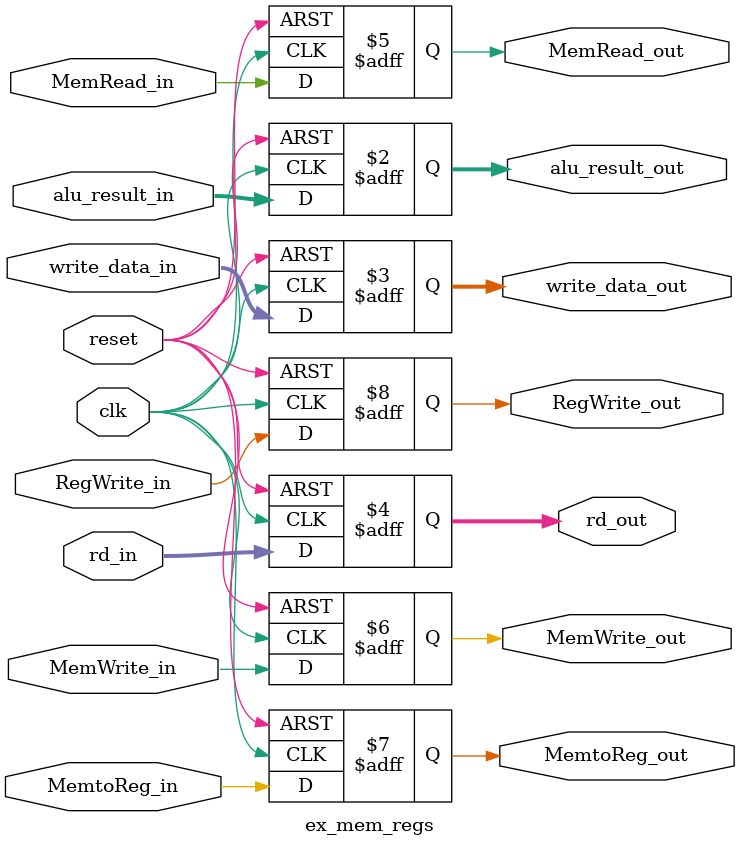
<source format=v>
module ex_mem_regs(
    input clk, reset,
    input [31:0] alu_result_in, write_data_in,
    input [4:0] rd_in,
    input MemRead_in, MemWrite_in, MemtoReg_in, RegWrite_in,
    output reg [31:0] alu_result_out, write_data_out,
    output reg [4:0] rd_out,
    output reg MemRead_out, MemWrite_out, MemtoReg_out, RegWrite_out
);
    always @(posedge clk or posedge reset) begin
        if (reset) begin
            alu_result_out <= 0; write_data_out <= 0; rd_out <= 0;
            MemRead_out <= 0; MemWrite_out <= 0; MemtoReg_out <= 0; RegWrite_out <= 0;
        end else begin
            alu_result_out <= alu_result_in;
            write_data_out <= write_data_in;
            rd_out <= rd_in;
            MemRead_out <= MemRead_in;
            MemWrite_out <= MemWrite_in;
            MemtoReg_out <= MemtoReg_in;
            RegWrite_out <= RegWrite_in;
        end
    end
endmodule

</source>
